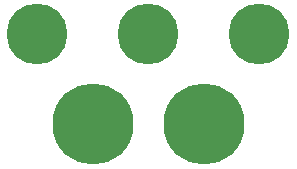
<source format=gtl>
G04 start of page 2 for group 3 layer_idx 0 *
G04 Title: (unknown), top_copper *
G04 Creator: pcb-rnd 2.3.0 *
G04 CreationDate: 2021-04-09 17:13:10 UTC *
G04 For:  *
G04 Format: Gerber/RS-274X *
G04 PCB-Dimensions: 525000 770000 *
G04 PCB-Coordinate-Origin: lower left *
%MOIN*%
%FSLAX25Y25*%
%LNTOP_COPPER_NONE_3*%
%ADD14C,0.1160*%
%ADD13C,0.0846*%
%ADD12C,0.2700*%
%ADD11C,0.2028*%
G54D11*X119500Y372000D03*
X156500D03*
X193500D03*
G54D12*X175000Y342000D03*
X138000D03*
G54D13*G54D14*M02*

</source>
